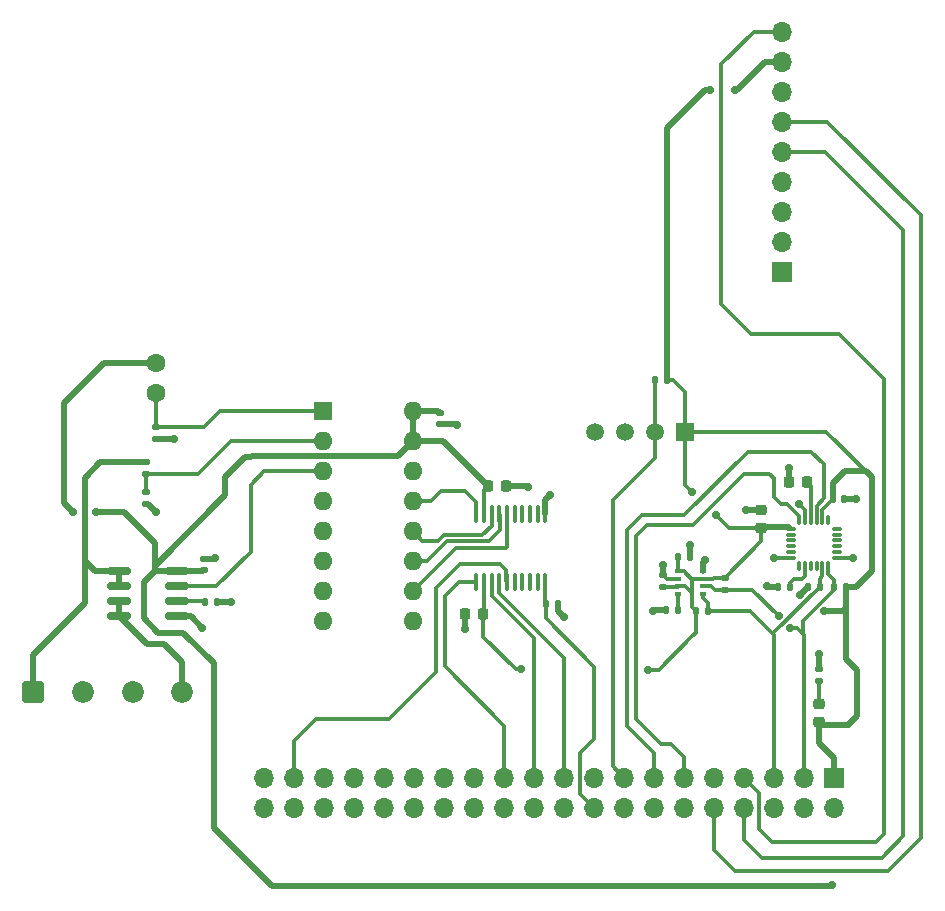
<source format=gbr>
%TF.GenerationSoftware,KiCad,Pcbnew,(6.0.7)*%
%TF.CreationDate,2023-01-28T09:16:53+03:00*%
%TF.ProjectId,Omarichet Sensor Shield 1.2,4f6d6172-6963-4686-9574-2053656e736f,rev?*%
%TF.SameCoordinates,Original*%
%TF.FileFunction,Copper,L1,Top*%
%TF.FilePolarity,Positive*%
%FSLAX46Y46*%
G04 Gerber Fmt 4.6, Leading zero omitted, Abs format (unit mm)*
G04 Created by KiCad (PCBNEW (6.0.7)) date 2023-01-28 09:16:53*
%MOMM*%
%LPD*%
G01*
G04 APERTURE LIST*
G04 Aperture macros list*
%AMRoundRect*
0 Rectangle with rounded corners*
0 $1 Rounding radius*
0 $2 $3 $4 $5 $6 $7 $8 $9 X,Y pos of 4 corners*
0 Add a 4 corners polygon primitive as box body*
4,1,4,$2,$3,$4,$5,$6,$7,$8,$9,$2,$3,0*
0 Add four circle primitives for the rounded corners*
1,1,$1+$1,$2,$3*
1,1,$1+$1,$4,$5*
1,1,$1+$1,$6,$7*
1,1,$1+$1,$8,$9*
0 Add four rect primitives between the rounded corners*
20,1,$1+$1,$2,$3,$4,$5,0*
20,1,$1+$1,$4,$5,$6,$7,0*
20,1,$1+$1,$6,$7,$8,$9,0*
20,1,$1+$1,$8,$9,$2,$3,0*%
G04 Aperture macros list end*
%TA.AperFunction,ComponentPad*%
%ADD10R,1.500000X1.500000*%
%TD*%
%TA.AperFunction,ComponentPad*%
%ADD11C,1.500000*%
%TD*%
%TA.AperFunction,SMDPad,CuDef*%
%ADD12RoundRect,0.135000X-0.185000X0.135000X-0.185000X-0.135000X0.185000X-0.135000X0.185000X0.135000X0*%
%TD*%
%TA.AperFunction,SMDPad,CuDef*%
%ADD13RoundRect,0.150000X-0.825000X-0.150000X0.825000X-0.150000X0.825000X0.150000X-0.825000X0.150000X0*%
%TD*%
%TA.AperFunction,SMDPad,CuDef*%
%ADD14RoundRect,0.135000X-0.135000X-0.185000X0.135000X-0.185000X0.135000X0.185000X-0.135000X0.185000X0*%
%TD*%
%TA.AperFunction,SMDPad,CuDef*%
%ADD15RoundRect,0.135000X0.185000X-0.135000X0.185000X0.135000X-0.185000X0.135000X-0.185000X-0.135000X0*%
%TD*%
%TA.AperFunction,SMDPad,CuDef*%
%ADD16RoundRect,0.140000X-0.170000X0.140000X-0.170000X-0.140000X0.170000X-0.140000X0.170000X0.140000X0*%
%TD*%
%TA.AperFunction,SMDPad,CuDef*%
%ADD17RoundRect,0.140000X0.170000X-0.140000X0.170000X0.140000X-0.170000X0.140000X-0.170000X-0.140000X0*%
%TD*%
%TA.AperFunction,SMDPad,CuDef*%
%ADD18RoundRect,0.135000X0.135000X0.185000X-0.135000X0.185000X-0.135000X-0.185000X0.135000X-0.185000X0*%
%TD*%
%TA.AperFunction,SMDPad,CuDef*%
%ADD19RoundRect,0.225000X-0.225000X-0.250000X0.225000X-0.250000X0.225000X0.250000X-0.225000X0.250000X0*%
%TD*%
%TA.AperFunction,SMDPad,CuDef*%
%ADD20R,0.500000X0.350000*%
%TD*%
%TA.AperFunction,ComponentPad*%
%ADD21R,1.700000X1.700000*%
%TD*%
%TA.AperFunction,ComponentPad*%
%ADD22O,1.700000X1.700000*%
%TD*%
%TA.AperFunction,SMDPad,CuDef*%
%ADD23RoundRect,0.140000X0.140000X0.170000X-0.140000X0.170000X-0.140000X-0.170000X0.140000X-0.170000X0*%
%TD*%
%TA.AperFunction,ComponentPad*%
%ADD24C,1.600000*%
%TD*%
%TA.AperFunction,SMDPad,CuDef*%
%ADD25RoundRect,0.140000X-0.140000X-0.170000X0.140000X-0.170000X0.140000X0.170000X-0.140000X0.170000X0*%
%TD*%
%TA.AperFunction,ComponentPad*%
%ADD26R,1.600000X1.600000*%
%TD*%
%TA.AperFunction,ComponentPad*%
%ADD27O,1.600000X1.600000*%
%TD*%
%TA.AperFunction,SMDPad,CuDef*%
%ADD28RoundRect,0.075000X0.350000X0.075000X-0.350000X0.075000X-0.350000X-0.075000X0.350000X-0.075000X0*%
%TD*%
%TA.AperFunction,SMDPad,CuDef*%
%ADD29RoundRect,0.075000X-0.075000X0.350000X-0.075000X-0.350000X0.075000X-0.350000X0.075000X0.350000X0*%
%TD*%
%TA.AperFunction,SMDPad,CuDef*%
%ADD30RoundRect,0.225000X0.250000X-0.225000X0.250000X0.225000X-0.250000X0.225000X-0.250000X-0.225000X0*%
%TD*%
%TA.AperFunction,ComponentPad*%
%ADD31RoundRect,0.250000X-0.675000X-0.675000X0.675000X-0.675000X0.675000X0.675000X-0.675000X0.675000X0*%
%TD*%
%TA.AperFunction,ComponentPad*%
%ADD32C,1.850000*%
%TD*%
%TA.AperFunction,SMDPad,CuDef*%
%ADD33RoundRect,0.100000X0.100000X-0.637500X0.100000X0.637500X-0.100000X0.637500X-0.100000X-0.637500X0*%
%TD*%
%TA.AperFunction,SMDPad,CuDef*%
%ADD34RoundRect,0.218750X-0.256250X0.218750X-0.256250X-0.218750X0.256250X-0.218750X0.256250X0.218750X0*%
%TD*%
%TA.AperFunction,ViaPad*%
%ADD35C,0.700000*%
%TD*%
%TA.AperFunction,Conductor*%
%ADD36C,0.500000*%
%TD*%
%TA.AperFunction,Conductor*%
%ADD37C,0.300000*%
%TD*%
G04 APERTURE END LIST*
D10*
%TO.P,U4,1,VCC*%
%TO.N,+3V3*%
X154660000Y-108680000D03*
D11*
%TO.P,U4,2,IO*%
%TO.N,DHTOUT*%
X152120000Y-108680000D03*
%TO.P,U4,3,NC*%
%TO.N,unconnected-(U4-Pad3)*%
X149580000Y-108680000D03*
%TO.P,U4,4,GND*%
%TO.N,GND*%
X147040000Y-108680000D03*
%TD*%
D12*
%TO.P,R8,1*%
%TO.N,GND*%
X166000000Y-128767500D03*
%TO.P,R8,2*%
%TO.N,Net-(D1-Pad1)*%
X166000000Y-129787500D03*
%TD*%
D13*
%TO.P,U1,1,IP+*%
%TO.N,IP*%
X106725000Y-120515000D03*
%TO.P,U1,2,IP+*%
X106725000Y-121785000D03*
%TO.P,U1,3,IP-*%
%TO.N,OP*%
X106725000Y-123055000D03*
%TO.P,U1,4,IP-*%
X106725000Y-124325000D03*
%TO.P,U1,5,GND*%
%TO.N,GND*%
X111675000Y-124325000D03*
%TO.P,U1,6,FILTER*%
%TO.N,Net-(C5-Pad2)*%
X111675000Y-123055000D03*
%TO.P,U1,7,VIOUT*%
%TO.N,CH2*%
X111675000Y-121785000D03*
%TO.P,U1,8,VCC*%
%TO.N,+5V*%
X111675000Y-120515000D03*
%TD*%
D14*
%TO.P,R9,1*%
%TO.N,DHTOUT*%
X152087500Y-104302500D03*
%TO.P,R9,2*%
%TO.N,+3V3*%
X153107500Y-104302500D03*
%TD*%
D15*
%TO.P,R11,1*%
%TO.N,GND*%
X109900000Y-109310000D03*
%TO.P,R11,2*%
%TO.N,CH0*%
X109900000Y-108290000D03*
%TD*%
%TO.P,R7,1*%
%TO.N,GND*%
X109000000Y-114810000D03*
%TO.P,R7,2*%
%TO.N,CH1*%
X109000000Y-113790000D03*
%TD*%
D14*
%TO.P,R12,1*%
%TO.N,OE*%
X142890000Y-123300000D03*
%TO.P,R12,2*%
%TO.N,GND*%
X143910000Y-123300000D03*
%TD*%
D16*
%TO.P,C2,1*%
%TO.N,GND*%
X152815000Y-120835000D03*
%TO.P,C2,2*%
%TO.N,+3V3*%
X152815000Y-121795000D03*
%TD*%
D17*
%TO.P,C1,1*%
%TO.N,+5V*%
X113900000Y-120410000D03*
%TO.P,C1,2*%
%TO.N,GND*%
X113900000Y-119450000D03*
%TD*%
D16*
%TO.P,C11,1*%
%TO.N,+5V*%
X133910000Y-107090000D03*
%TO.P,C11,2*%
%TO.N,GND*%
X133910000Y-108050000D03*
%TD*%
D18*
%TO.P,R3,1*%
%TO.N,Net-(R3-Pad1)*%
X154085000Y-123815000D03*
%TO.P,R3,2*%
%TO.N,GND*%
X153065000Y-123815000D03*
%TD*%
D14*
%TO.P,R5,1*%
%TO.N,+3V3*%
X155565000Y-123825000D03*
%TO.P,R5,2*%
%TO.N,SCL*%
X156585000Y-123825000D03*
%TD*%
D19*
%TO.P,C9,1*%
%TO.N,GND*%
X136050000Y-124110000D03*
%TO.P,C9,2*%
%TO.N,+3V3*%
X137600000Y-124110000D03*
%TD*%
D20*
%TO.P,U2,1,GND*%
%TO.N,GND*%
X156150000Y-120490000D03*
%TO.P,U2,2,CSB*%
%TO.N,+3V3*%
X156150000Y-121140000D03*
%TO.P,U2,3,SDI*%
%TO.N,SDA*%
X156150000Y-121790000D03*
%TO.P,U2,4,SCK*%
%TO.N,SCL*%
X156150000Y-122440000D03*
%TO.P,U2,5,SDO*%
%TO.N,Net-(R3-Pad1)*%
X154100000Y-122440000D03*
%TO.P,U2,6,VDDIO*%
%TO.N,+3V3*%
X154100000Y-121790000D03*
%TO.P,U2,7,GND*%
%TO.N,GND*%
X154100000Y-121140000D03*
%TO.P,U2,8,VDD*%
%TO.N,+3V3*%
X154100000Y-120490000D03*
%TD*%
D19*
%TO.P,C10,1*%
%TO.N,+5V*%
X137990000Y-113300000D03*
%TO.P,C10,2*%
%TO.N,GND*%
X139540000Y-113300000D03*
%TD*%
D21*
%TO.P,J1,1,Pin_1*%
%TO.N,unconnected-(J1-Pad1)*%
X162850000Y-95140000D03*
D22*
%TO.P,J1,2,Pin_2*%
%TO.N,unconnected-(J1-Pad2)*%
X162850000Y-92600000D03*
%TO.P,J1,3,Pin_3*%
%TO.N,unconnected-(J1-Pad3)*%
X162850000Y-90060000D03*
%TO.P,J1,4,Pin_4*%
%TO.N,unconnected-(J1-Pad4)*%
X162850000Y-87520000D03*
%TO.P,J1,5,Pin_5*%
%TO.N,TX*%
X162850000Y-84980000D03*
%TO.P,J1,6,Pin_6*%
%TO.N,RX*%
X162850000Y-82440000D03*
%TO.P,J1,7,Pin_7*%
%TO.N,GND*%
X162850000Y-79900000D03*
%TO.P,J1,8,Pin_8*%
%TO.N,+3V3*%
X162850000Y-77360000D03*
%TO.P,J1,9,Pin_9*%
%TO.N,PPS*%
X162850000Y-74820000D03*
%TD*%
D19*
%TO.P,C7,1*%
%TO.N,GND*%
X163475000Y-112970000D03*
%TO.P,C7,2*%
%TO.N,Net-(C7-Pad2)*%
X165025000Y-112970000D03*
%TD*%
D23*
%TO.P,C8,1*%
%TO.N,Net-(C8-Pad1)*%
X163525000Y-121815000D03*
%TO.P,C8,2*%
%TO.N,GND*%
X162565000Y-121815000D03*
%TD*%
D24*
%TO.P,R10,1*%
%TO.N,+5V*%
X109910000Y-102870000D03*
%TO.P,R10,2*%
%TO.N,CH0*%
X109910000Y-105410000D03*
%TD*%
D25*
%TO.P,C4,1*%
%TO.N,+3V3*%
X154105000Y-119315000D03*
%TO.P,C4,2*%
%TO.N,GND*%
X155065000Y-119315000D03*
%TD*%
D18*
%TO.P,R2,1*%
%TO.N,SCL*%
X166075000Y-121815000D03*
%TO.P,R2,2*%
%TO.N,+3V3*%
X165055000Y-121815000D03*
%TD*%
D26*
%TO.P,U6,1,CH0*%
%TO.N,CH0*%
X124000000Y-106965000D03*
D27*
%TO.P,U6,2,CH1*%
%TO.N,CH1*%
X124000000Y-109505000D03*
%TO.P,U6,3,CH2*%
%TO.N,CH2*%
X124000000Y-112045000D03*
%TO.P,U6,4,CH3*%
%TO.N,unconnected-(U6-Pad4)*%
X124000000Y-114585000D03*
%TO.P,U6,5,CH4*%
%TO.N,unconnected-(U6-Pad5)*%
X124000000Y-117125000D03*
%TO.P,U6,6,CH5*%
%TO.N,unconnected-(U6-Pad6)*%
X124000000Y-119665000D03*
%TO.P,U6,7,CH6*%
%TO.N,unconnected-(U6-Pad7)*%
X124000000Y-122205000D03*
%TO.P,U6,8,CH7*%
%TO.N,unconnected-(U6-Pad8)*%
X124000000Y-124745000D03*
%TO.P,U6,9,DGND*%
%TO.N,GND*%
X131620000Y-124745000D03*
%TO.P,U6,10,~{CS}/SHDN*%
%TO.N,CS*%
X131620000Y-122205000D03*
%TO.P,U6,11,Din*%
%TO.N,MOSI*%
X131620000Y-119665000D03*
%TO.P,U6,12,Dout*%
%TO.N,MISO*%
X131620000Y-117125000D03*
%TO.P,U6,13,CLK*%
%TO.N,CLK*%
X131620000Y-114585000D03*
%TO.P,U6,14,AGND*%
%TO.N,GND*%
X131620000Y-112045000D03*
%TO.P,U6,15,Vref*%
%TO.N,+5V*%
X131620000Y-109505000D03*
%TO.P,U6,16,Vdd*%
X131620000Y-106965000D03*
%TD*%
D12*
%TO.P,R4,1*%
%TO.N,+3V3*%
X158065000Y-121045000D03*
%TO.P,R4,2*%
%TO.N,SDA*%
X158065000Y-122065000D03*
%TD*%
D28*
%TO.P,U3,1,CLKIN*%
%TO.N,GND*%
X167505000Y-119395000D03*
%TO.P,U3,2,NC*%
%TO.N,unconnected-(U3-Pad2)*%
X167505000Y-118895000D03*
%TO.P,U3,3,NC*%
%TO.N,unconnected-(U3-Pad3)*%
X167505000Y-118395000D03*
%TO.P,U3,4,NC*%
%TO.N,unconnected-(U3-Pad4)*%
X167505000Y-117895000D03*
%TO.P,U3,5,NC*%
%TO.N,unconnected-(U3-Pad5)*%
X167505000Y-117395000D03*
%TO.P,U3,6,AUX_SDA*%
%TO.N,unconnected-(U3-Pad6)*%
X167505000Y-116895000D03*
D29*
%TO.P,U3,7,AUX_SCL*%
%TO.N,unconnected-(U3-Pad7)*%
X166805000Y-116195000D03*
%TO.P,U3,8,VDDIO*%
%TO.N,+3V3*%
X166305000Y-116195000D03*
%TO.P,U3,9,AD0*%
%TO.N,ADO*%
X165805000Y-116195000D03*
%TO.P,U3,10,REGOUT*%
%TO.N,Net-(C7-Pad2)*%
X165305000Y-116195000D03*
%TO.P,U3,11,FSYNC*%
%TO.N,GND*%
X164805000Y-116195000D03*
%TO.P,U3,12,INT*%
%TO.N,INT*%
X164305000Y-116195000D03*
D28*
%TO.P,U3,13,VDD*%
%TO.N,+3V3*%
X163605000Y-116895000D03*
%TO.P,U3,14,NC*%
%TO.N,unconnected-(U3-Pad14)*%
X163605000Y-117395000D03*
%TO.P,U3,15,NC*%
%TO.N,unconnected-(U3-Pad15)*%
X163605000Y-117895000D03*
%TO.P,U3,16,NC*%
%TO.N,unconnected-(U3-Pad16)*%
X163605000Y-118395000D03*
%TO.P,U3,17,NC*%
%TO.N,unconnected-(U3-Pad17)*%
X163605000Y-118895000D03*
%TO.P,U3,18,GND*%
%TO.N,GND*%
X163605000Y-119395000D03*
D29*
%TO.P,U3,19,NC*%
%TO.N,unconnected-(U3-Pad19)*%
X164305000Y-120095000D03*
%TO.P,U3,20,CPOUT*%
%TO.N,Net-(C8-Pad1)*%
X164805000Y-120095000D03*
%TO.P,U3,21,NC*%
%TO.N,unconnected-(U3-Pad21)*%
X165305000Y-120095000D03*
%TO.P,U3,22,NC*%
%TO.N,unconnected-(U3-Pad22)*%
X165805000Y-120095000D03*
%TO.P,U3,23,SCL*%
%TO.N,SCL*%
X166305000Y-120095000D03*
%TO.P,U3,24,SDA*%
%TO.N,SDA*%
X166805000Y-120095000D03*
%TD*%
D30*
%TO.P,C6,1*%
%TO.N,+3V3*%
X161135000Y-116865000D03*
%TO.P,C6,2*%
%TO.N,GND*%
X161135000Y-115315000D03*
%TD*%
D31*
%TO.P,J2,1,Pin_1*%
%TO.N,IP*%
X99500000Y-130710000D03*
D32*
%TO.P,J2,2,Pin_2*%
%TO.N,GND*%
X103700000Y-130710000D03*
%TO.P,J2,3,Pin_3*%
X107900000Y-130710000D03*
%TO.P,J2,4,Pin_4*%
%TO.N,OP*%
X112100000Y-130710000D03*
%TD*%
D23*
%TO.P,C3,1*%
%TO.N,GND*%
X168165000Y-114365000D03*
%TO.P,C3,2*%
%TO.N,+3V3*%
X167205000Y-114365000D03*
%TD*%
D33*
%TO.P,U5,1,A1*%
%TO.N,CLK1*%
X136985000Y-121412500D03*
%TO.P,U5,2,VCCA*%
%TO.N,+3V3*%
X137635000Y-121412500D03*
%TO.P,U5,3,A2*%
%TO.N,MISO1*%
X138285000Y-121412500D03*
%TO.P,U5,4,A3*%
%TO.N,MOSI1*%
X138935000Y-121412500D03*
%TO.P,U5,5,A4*%
%TO.N,CS1*%
X139585000Y-121412500D03*
%TO.P,U5,6,A5*%
%TO.N,unconnected-(U5-Pad6)*%
X140235000Y-121412500D03*
%TO.P,U5,7,A6*%
%TO.N,unconnected-(U5-Pad7)*%
X140885000Y-121412500D03*
%TO.P,U5,8,A7*%
%TO.N,unconnected-(U5-Pad8)*%
X141535000Y-121412500D03*
%TO.P,U5,9,A8*%
%TO.N,unconnected-(U5-Pad9)*%
X142185000Y-121412500D03*
%TO.P,U5,10,OE*%
%TO.N,OE*%
X142835000Y-121412500D03*
%TO.P,U5,11,GND*%
%TO.N,GND*%
X142835000Y-115687500D03*
%TO.P,U5,12,B8*%
%TO.N,unconnected-(U5-Pad12)*%
X142185000Y-115687500D03*
%TO.P,U5,13,B7*%
%TO.N,unconnected-(U5-Pad13)*%
X141535000Y-115687500D03*
%TO.P,U5,14,B6*%
%TO.N,unconnected-(U5-Pad14)*%
X140885000Y-115687500D03*
%TO.P,U5,15,B5*%
%TO.N,unconnected-(U5-Pad15)*%
X140235000Y-115687500D03*
%TO.P,U5,16,B4*%
%TO.N,CS*%
X139585000Y-115687500D03*
%TO.P,U5,17,B3*%
%TO.N,MOSI*%
X138935000Y-115687500D03*
%TO.P,U5,18,B2*%
%TO.N,MISO*%
X138285000Y-115687500D03*
%TO.P,U5,19,VCCB*%
%TO.N,+5V*%
X137635000Y-115687500D03*
%TO.P,U5,20,B1*%
%TO.N,CLK*%
X136985000Y-115687500D03*
%TD*%
D15*
%TO.P,R6,1*%
%TO.N,CH1*%
X109000000Y-112300000D03*
%TO.P,R6,2*%
%TO.N,IP*%
X109000000Y-111280000D03*
%TD*%
D14*
%TO.P,R1,1*%
%TO.N,SDA*%
X167295000Y-121815000D03*
%TO.P,R1,2*%
%TO.N,+3V3*%
X168315000Y-121815000D03*
%TD*%
D23*
%TO.P,C5,1*%
%TO.N,GND*%
X115010000Y-123080000D03*
%TO.P,C5,2*%
%TO.N,Net-(C5-Pad2)*%
X114050000Y-123080000D03*
%TD*%
D34*
%TO.P,D1,1,K*%
%TO.N,Net-(D1-Pad1)*%
X166000000Y-131712500D03*
%TO.P,D1,2,A*%
%TO.N,+3V3*%
X166000000Y-133287500D03*
%TD*%
D21*
%TO.P,J3,1,Pin_1*%
%TO.N,+3V3*%
X167300000Y-138010000D03*
D22*
%TO.P,J3,2,Pin_2*%
%TO.N,+5V*%
X167300000Y-140550000D03*
%TO.P,J3,3,Pin_3*%
%TO.N,SDA*%
X164760000Y-138010000D03*
%TO.P,J3,4,Pin_4*%
%TO.N,unconnected-(J3-Pad4)*%
X164760000Y-140550000D03*
%TO.P,J3,5,Pin_5*%
%TO.N,SCL*%
X162220000Y-138010000D03*
%TO.P,J3,6,Pin_6*%
%TO.N,unconnected-(J3-Pad6)*%
X162220000Y-140550000D03*
%TO.P,J3,7,Pin_7*%
%TO.N,PPS*%
X159680000Y-138010000D03*
%TO.P,J3,8,Pin_8*%
%TO.N,TX*%
X159680000Y-140550000D03*
%TO.P,J3,9,Pin_9*%
%TO.N,GND*%
X157140000Y-138010000D03*
%TO.P,J3,10,Pin_10*%
%TO.N,RX*%
X157140000Y-140550000D03*
%TO.P,J3,11,Pin_11*%
%TO.N,INT*%
X154600000Y-138010000D03*
%TO.P,J3,12,Pin_12*%
%TO.N,unconnected-(J3-Pad12)*%
X154600000Y-140550000D03*
%TO.P,J3,13,Pin_13*%
%TO.N,ADO*%
X152060000Y-138010000D03*
%TO.P,J3,14,Pin_14*%
%TO.N,unconnected-(J3-Pad14)*%
X152060000Y-140550000D03*
%TO.P,J3,15,Pin_15*%
%TO.N,DHTOUT*%
X149520000Y-138010000D03*
%TO.P,J3,16,Pin_16*%
%TO.N,unconnected-(J3-Pad16)*%
X149520000Y-140550000D03*
%TO.P,J3,17,Pin_17*%
%TO.N,unconnected-(J3-Pad17)*%
X146980000Y-138010000D03*
%TO.P,J3,18,Pin_18*%
%TO.N,OE*%
X146980000Y-140550000D03*
%TO.P,J3,19,Pin_19*%
%TO.N,MOSI1*%
X144440000Y-138010000D03*
%TO.P,J3,20,Pin_20*%
%TO.N,unconnected-(J3-Pad20)*%
X144440000Y-140550000D03*
%TO.P,J3,21,Pin_21*%
%TO.N,MISO1*%
X141900000Y-138010000D03*
%TO.P,J3,22,Pin_22*%
%TO.N,unconnected-(J3-Pad22)*%
X141900000Y-140550000D03*
%TO.P,J3,23,Pin_23*%
%TO.N,CLK1*%
X139360000Y-138010000D03*
%TO.P,J3,24,Pin_24*%
%TO.N,unconnected-(J3-Pad24)*%
X139360000Y-140550000D03*
%TO.P,J3,25,Pin_25*%
%TO.N,unconnected-(J3-Pad25)*%
X136820000Y-138010000D03*
%TO.P,J3,26,Pin_26*%
%TO.N,unconnected-(J3-Pad26)*%
X136820000Y-140550000D03*
%TO.P,J3,27,Pin_27*%
%TO.N,unconnected-(J3-Pad27)*%
X134280000Y-138010000D03*
%TO.P,J3,28,Pin_28*%
%TO.N,unconnected-(J3-Pad28)*%
X134280000Y-140550000D03*
%TO.P,J3,29,Pin_29*%
%TO.N,unconnected-(J3-Pad29)*%
X131740000Y-138010000D03*
%TO.P,J3,30,Pin_30*%
%TO.N,unconnected-(J3-Pad30)*%
X131740000Y-140550000D03*
%TO.P,J3,31,Pin_31*%
%TO.N,unconnected-(J3-Pad31)*%
X129200000Y-138010000D03*
%TO.P,J3,32,Pin_32*%
%TO.N,unconnected-(J3-Pad32)*%
X129200000Y-140550000D03*
%TO.P,J3,33,Pin_33*%
%TO.N,unconnected-(J3-Pad33)*%
X126660000Y-138010000D03*
%TO.P,J3,34,Pin_34*%
%TO.N,unconnected-(J3-Pad34)*%
X126660000Y-140550000D03*
%TO.P,J3,35,Pin_35*%
%TO.N,unconnected-(J3-Pad35)*%
X124120000Y-138010000D03*
%TO.P,J3,36,Pin_36*%
%TO.N,unconnected-(J3-Pad36)*%
X124120000Y-140550000D03*
%TO.P,J3,37,Pin_37*%
%TO.N,CS1*%
X121580000Y-138010000D03*
%TO.P,J3,38,Pin_38*%
%TO.N,unconnected-(J3-Pad38)*%
X121580000Y-140550000D03*
%TO.P,J3,39,Pin_39*%
%TO.N,GND*%
X119040000Y-138010000D03*
%TO.P,J3,40,Pin_40*%
%TO.N,unconnected-(J3-Pad40)*%
X119040000Y-140550000D03*
%TD*%
D35*
%TO.N,+5V*%
X104780000Y-115510000D03*
X102890000Y-115500000D03*
X167150000Y-147080000D03*
%TO.N,GND*%
X159830000Y-115330000D03*
X162180000Y-119360000D03*
X152830000Y-119940000D03*
X114860000Y-119420000D03*
X113800000Y-125310000D03*
X136040000Y-125420000D03*
X141350000Y-113340000D03*
X161600000Y-121780000D03*
X144450000Y-124390000D03*
X163510000Y-111740000D03*
X166050000Y-127520000D03*
X135360000Y-108080000D03*
X164324622Y-114835378D03*
X169150000Y-114360000D03*
X168900000Y-119400000D03*
X143270000Y-114070000D03*
X151960000Y-123840000D03*
X116210000Y-123100000D03*
X155080000Y-118250000D03*
X111430000Y-109330000D03*
X109850000Y-115460000D03*
X156370000Y-119530000D03*
%TO.N,+3V3*%
X151500000Y-128830000D03*
X140790000Y-128800000D03*
X157250000Y-115740000D03*
X155280000Y-113800000D03*
X166454622Y-123894622D03*
X164375378Y-122525378D03*
X156770000Y-79780000D03*
X158890000Y-79770000D03*
%TO.N,SDA*%
X162590378Y-124310378D03*
X163579622Y-125299622D03*
%TD*%
D36*
%TO.N,+5V*%
X109775000Y-120515000D02*
X109775000Y-118115000D01*
X109775000Y-120055000D02*
X115750000Y-114080000D01*
X114800000Y-128310000D02*
X112190000Y-125700000D01*
X115750000Y-114080000D02*
X115750000Y-112480000D01*
X117390000Y-110840000D02*
X117930000Y-110840000D01*
X105450000Y-102870000D02*
X109910000Y-102870000D01*
X102890000Y-115500000D02*
X102080000Y-114690000D01*
X109775000Y-120515000D02*
X109775000Y-120055000D01*
X112190000Y-125700000D02*
X110060000Y-125700000D01*
X118000001Y-110769999D02*
X130355001Y-110769999D01*
X167110000Y-147120000D02*
X119710000Y-147120000D01*
X109775000Y-118115000D02*
X107170000Y-115510000D01*
X109775000Y-120515000D02*
X111675000Y-120515000D01*
X117930000Y-110840000D02*
X118000001Y-110769999D01*
D37*
X137635000Y-115687500D02*
X137635000Y-113655000D01*
D36*
X119710000Y-147120000D02*
X114800000Y-142210000D01*
X133785000Y-106965000D02*
X133910000Y-107090000D01*
X114800000Y-142210000D02*
X114800000Y-128310000D01*
X108850000Y-121440000D02*
X109775000Y-120515000D01*
X130355001Y-110769999D02*
X131620000Y-109505000D01*
X102080000Y-106240000D02*
X105450000Y-102870000D01*
X134195000Y-109505000D02*
X137990000Y-113300000D01*
X110060000Y-125700000D02*
X108850000Y-124490000D01*
X108850000Y-124490000D02*
X108850000Y-121440000D01*
X131620000Y-109505000D02*
X134195000Y-109505000D01*
X107170000Y-115510000D02*
X104780000Y-115510000D01*
X131620000Y-109505000D02*
X131620000Y-106965000D01*
X131620000Y-106965000D02*
X133785000Y-106965000D01*
X167150000Y-147080000D02*
X167110000Y-147120000D01*
X111675000Y-120515000D02*
X113795000Y-120515000D01*
X115750000Y-112480000D02*
X117390000Y-110840000D01*
X113795000Y-120515000D02*
X113900000Y-120410000D01*
D37*
X137635000Y-113655000D02*
X137990000Y-113300000D01*
D36*
X102080000Y-114690000D02*
X102080000Y-106240000D01*
%TO.N,GND*%
X152815000Y-119955000D02*
X152830000Y-119940000D01*
D37*
X164805000Y-115315756D02*
X164324622Y-114835378D01*
D36*
X169145000Y-114365000D02*
X169150000Y-114360000D01*
X116190000Y-123080000D02*
X116210000Y-123100000D01*
X155065000Y-118265000D02*
X155080000Y-118250000D01*
X139540000Y-113300000D02*
X141310000Y-113300000D01*
X115010000Y-123080000D02*
X116190000Y-123080000D01*
X166000000Y-128767500D02*
X166000000Y-127570000D01*
X153065000Y-123815000D02*
X151985000Y-123815000D01*
X135330000Y-108050000D02*
X135360000Y-108080000D01*
X155065000Y-119315000D02*
X155065000Y-118265000D01*
D37*
X162215000Y-119395000D02*
X162180000Y-119360000D01*
D36*
X151985000Y-123815000D02*
X151960000Y-123840000D01*
X168165000Y-114365000D02*
X169145000Y-114365000D01*
X112815000Y-124325000D02*
X113800000Y-125310000D01*
X161135000Y-115315000D02*
X159845000Y-115315000D01*
X111410000Y-109310000D02*
X111430000Y-109330000D01*
X113900000Y-119450000D02*
X114830000Y-119450000D01*
X114830000Y-119450000D02*
X114860000Y-119420000D01*
X163475000Y-111775000D02*
X163510000Y-111740000D01*
X109000000Y-114810000D02*
X109200000Y-114810000D01*
D37*
X154100000Y-121140000D02*
X153120000Y-121140000D01*
X168895000Y-119395000D02*
X168900000Y-119400000D01*
D36*
X109900000Y-109310000D02*
X111410000Y-109310000D01*
D37*
X167505000Y-119395000D02*
X168895000Y-119395000D01*
D36*
X136050000Y-125410000D02*
X136040000Y-125420000D01*
X143910000Y-123300000D02*
X143910000Y-123850000D01*
X163475000Y-112970000D02*
X163475000Y-111775000D01*
X111675000Y-124325000D02*
X112815000Y-124325000D01*
X141310000Y-113300000D02*
X141350000Y-113340000D01*
X156150000Y-120490000D02*
X156150000Y-119750000D01*
D37*
X164805000Y-116195000D02*
X164805000Y-115315756D01*
D36*
X109200000Y-114810000D02*
X109850000Y-115460000D01*
X166000000Y-127570000D02*
X166050000Y-127520000D01*
X162565000Y-121815000D02*
X161635000Y-121815000D01*
X152815000Y-120835000D02*
X152815000Y-119955000D01*
X142835000Y-115687500D02*
X142835000Y-114505000D01*
D37*
X153120000Y-121140000D02*
X152815000Y-120835000D01*
D36*
X143910000Y-123850000D02*
X144450000Y-124390000D01*
X159845000Y-115315000D02*
X159830000Y-115330000D01*
X133910000Y-108050000D02*
X135330000Y-108050000D01*
D37*
X163605000Y-119395000D02*
X162215000Y-119395000D01*
D36*
X142835000Y-114505000D02*
X143270000Y-114070000D01*
X156150000Y-119750000D02*
X156370000Y-119530000D01*
X161635000Y-121815000D02*
X161600000Y-121780000D01*
X136050000Y-124110000D02*
X136050000Y-125410000D01*
%TO.N,+3V3*%
X159030000Y-79770000D02*
X158890000Y-79770000D01*
D37*
X166610000Y-108680000D02*
X170220000Y-112290000D01*
D36*
X168065378Y-123894622D02*
X168315000Y-123645000D01*
D37*
X155565000Y-125735000D02*
X155280000Y-126020000D01*
X155265000Y-121355000D02*
X155265000Y-121215000D01*
D36*
X168570000Y-133450000D02*
X168570000Y-133500000D01*
X168315000Y-123645000D02*
X168315000Y-121815000D01*
D37*
X157250000Y-115740000D02*
X158375000Y-116865000D01*
X155255000Y-122345000D02*
X155255000Y-121365000D01*
D36*
X169960000Y-112030000D02*
X168210000Y-112030000D01*
D37*
X155280000Y-126020000D02*
X152470000Y-128830000D01*
X156150000Y-121140000D02*
X155340000Y-121140000D01*
X155340000Y-121140000D02*
X155265000Y-121215000D01*
X154100000Y-120490000D02*
X154540000Y-120490000D01*
D36*
X170220000Y-112290000D02*
X169960000Y-112030000D01*
D37*
X153657500Y-104302500D02*
X154660000Y-105305000D01*
X140340000Y-128800000D02*
X137600000Y-126060000D01*
D36*
X168315000Y-121815000D02*
X169185000Y-121815000D01*
X169185000Y-121815000D02*
X170490000Y-120510000D01*
D37*
X155565000Y-123825000D02*
X155565000Y-125735000D01*
X137600000Y-126060000D02*
X137600000Y-124110000D01*
D36*
X165055000Y-121815000D02*
X165055000Y-121845756D01*
X170490000Y-120510000D02*
X170490000Y-112560000D01*
X156320000Y-79780000D02*
X153107500Y-82992500D01*
X166454622Y-123894622D02*
X168065378Y-123894622D01*
D37*
X166305000Y-116195000D02*
X166305000Y-115295000D01*
X154100000Y-120490000D02*
X154100000Y-119320000D01*
X155255000Y-122345000D02*
X154700000Y-121790000D01*
X163525000Y-116815000D02*
X163605000Y-116895000D01*
D36*
X153107500Y-82992500D02*
X153107500Y-104302500D01*
X165055000Y-121845756D02*
X164375378Y-122525378D01*
D37*
X155565000Y-123825000D02*
X155255000Y-123515000D01*
X158065000Y-121045000D02*
X161135000Y-117975000D01*
D36*
X169250000Y-128850000D02*
X169250000Y-132770000D01*
D37*
X137635000Y-124075000D02*
X137600000Y-124110000D01*
X157105000Y-121045000D02*
X158065000Y-121045000D01*
D36*
X161440000Y-77360000D02*
X159030000Y-79770000D01*
X167300000Y-138010000D02*
X167300000Y-136320000D01*
D37*
X140790000Y-128800000D02*
X140340000Y-128800000D01*
D36*
X170490000Y-112560000D02*
X170220000Y-112290000D01*
D37*
X154700000Y-121790000D02*
X154100000Y-121790000D01*
X154100000Y-119320000D02*
X154105000Y-119315000D01*
X158375000Y-116865000D02*
X161135000Y-116865000D01*
X152815000Y-121795000D02*
X154095000Y-121795000D01*
X166305000Y-115295000D02*
X167205000Y-114395000D01*
D36*
X168570000Y-133500000D02*
X166212500Y-133500000D01*
D37*
X153107500Y-104302500D02*
X153657500Y-104302500D01*
X155255000Y-123515000D02*
X155255000Y-122345000D01*
D36*
X167205000Y-113035000D02*
X167205000Y-114365000D01*
X161205000Y-116795000D02*
X163472462Y-116795000D01*
X162850000Y-77360000D02*
X161440000Y-77360000D01*
D37*
X157010000Y-121140000D02*
X157105000Y-121045000D01*
D36*
X167300000Y-136320000D02*
X166000000Y-135020000D01*
X161135000Y-116865000D02*
X161205000Y-116795000D01*
D37*
X154660000Y-108680000D02*
X154660000Y-113180000D01*
X167205000Y-114395000D02*
X167205000Y-114365000D01*
D36*
X166000000Y-135020000D02*
X166000000Y-133287500D01*
D37*
X154660000Y-108680000D02*
X166610000Y-108680000D01*
X154660000Y-113180000D02*
X155280000Y-113800000D01*
X152470000Y-128830000D02*
X151500000Y-128830000D01*
D36*
X168315000Y-127915000D02*
X169250000Y-128850000D01*
D37*
X154660000Y-105305000D02*
X154660000Y-108680000D01*
X161135000Y-117975000D02*
X161135000Y-116865000D01*
D36*
X168210000Y-112030000D02*
X167205000Y-113035000D01*
X168315000Y-123645000D02*
X168315000Y-127915000D01*
D37*
X155265000Y-121215000D02*
X154540000Y-120490000D01*
X154095000Y-121795000D02*
X154100000Y-121790000D01*
X156150000Y-121140000D02*
X157010000Y-121140000D01*
D36*
X169250000Y-132770000D02*
X168570000Y-133450000D01*
D37*
X155255000Y-121365000D02*
X155265000Y-121355000D01*
D36*
X156770000Y-79780000D02*
X156320000Y-79780000D01*
D37*
X137635000Y-121412500D02*
X137635000Y-124075000D01*
%TO.N,Net-(C5-Pad2)*%
X111675000Y-123055000D02*
X113945000Y-123055000D01*
X113945000Y-123055000D02*
X113960000Y-123040000D01*
%TO.N,Net-(C7-Pad2)*%
X165305000Y-113250000D02*
X165305000Y-116195000D01*
X165025000Y-112970000D02*
X165305000Y-113250000D01*
%TO.N,Net-(C8-Pad1)*%
X163525000Y-121465000D02*
X163525000Y-121815000D01*
X164805000Y-120905000D02*
X164585000Y-121125000D01*
X164805000Y-120095000D02*
X164805000Y-120905000D01*
X164585000Y-121125000D02*
X163865000Y-121125000D01*
X163865000Y-121125000D02*
X163525000Y-121465000D01*
%TO.N,Net-(D1-Pad1)*%
X166000000Y-131712500D02*
X166000000Y-129787500D01*
%TO.N,TX*%
X173120000Y-91580000D02*
X173120000Y-142950000D01*
X171310000Y-144760000D02*
X161170000Y-144760000D01*
X173120000Y-142950000D02*
X171310000Y-144760000D01*
X161170000Y-144760000D02*
X159680000Y-143270000D01*
X159680000Y-143270000D02*
X159680000Y-140550000D01*
X166520000Y-84980000D02*
X173120000Y-91580000D01*
X162850000Y-84980000D02*
X166520000Y-84980000D01*
%TO.N,RX*%
X158930000Y-145890000D02*
X157140000Y-144100000D01*
X174610000Y-143120000D02*
X171840000Y-145890000D01*
X157140000Y-144100000D02*
X157140000Y-140550000D01*
X166670000Y-82440000D02*
X174610000Y-90380000D01*
X171840000Y-145890000D02*
X158930000Y-145890000D01*
X162850000Y-82440000D02*
X166670000Y-82440000D01*
X174610000Y-90380000D02*
X174610000Y-143120000D01*
%TO.N,PPS*%
X170840000Y-143410000D02*
X171530000Y-142720000D01*
X171530000Y-104200000D02*
X167720000Y-100390000D01*
X159680000Y-138010000D02*
X160918923Y-139248923D01*
X157740000Y-97870000D02*
X160260000Y-100390000D01*
X160470000Y-74820000D02*
X157740000Y-77550000D01*
X162850000Y-74820000D02*
X160470000Y-74820000D01*
X171530000Y-142720000D02*
X171530000Y-104200000D01*
X160260000Y-100390000D02*
X167720000Y-100390000D01*
X160918923Y-139248923D02*
X160918923Y-142308923D01*
X157740000Y-77550000D02*
X157740000Y-97870000D01*
X160918923Y-142308923D02*
X162020000Y-143410000D01*
X162020000Y-143410000D02*
X170840000Y-143410000D01*
D36*
%TO.N,IP*%
X103850000Y-112570000D02*
X105140000Y-111280000D01*
X106725000Y-120515000D02*
X104715000Y-120515000D01*
X105140000Y-111280000D02*
X109000000Y-111280000D01*
X103850000Y-123230000D02*
X103850000Y-119650000D01*
X99500000Y-127580000D02*
X103850000Y-123230000D01*
X106725000Y-120515000D02*
X106725000Y-121785000D01*
X104715000Y-120515000D02*
X103850000Y-119650000D01*
X103850000Y-119650000D02*
X103850000Y-112570000D01*
X99500000Y-130710000D02*
X99500000Y-127580000D01*
%TO.N,OP*%
X106725000Y-123055000D02*
X106725000Y-124325000D01*
X106725000Y-124325000D02*
X109080000Y-126680000D01*
X109080000Y-126680000D02*
X110570000Y-126680000D01*
X112100000Y-128210000D02*
X112100000Y-130710000D01*
X110570000Y-126680000D02*
X112100000Y-128210000D01*
D37*
%TO.N,SDA*%
X167295000Y-121225000D02*
X167295000Y-121815000D01*
X163579622Y-125299622D02*
X164119622Y-125299622D01*
X166805000Y-120095000D02*
X166805000Y-120735000D01*
X156910000Y-121790000D02*
X157185000Y-122065000D01*
X164119622Y-125299622D02*
X164665000Y-125845000D01*
X166805000Y-120735000D02*
X167295000Y-121225000D01*
X157185000Y-122065000D02*
X158065000Y-122065000D01*
X158065000Y-122065000D02*
X160345000Y-122065000D01*
X164665000Y-125845000D02*
X164760000Y-125940000D01*
X164760000Y-125940000D02*
X164760000Y-138010000D01*
X164665000Y-124695000D02*
X164665000Y-125845000D01*
X160345000Y-122065000D02*
X162590378Y-124310378D01*
X167295000Y-121815000D02*
X167295000Y-122065000D01*
X167295000Y-122065000D02*
X164665000Y-124695000D01*
X156150000Y-121790000D02*
X156910000Y-121790000D01*
%TO.N,SCL*%
X166305000Y-120925000D02*
X166075000Y-121155000D01*
X162125000Y-125765000D02*
X162125000Y-125805000D01*
X156150000Y-122440000D02*
X156150000Y-122780000D01*
X166075000Y-121155000D02*
X166075000Y-121815000D01*
X156585000Y-123825000D02*
X160145000Y-123825000D01*
X156150000Y-122780000D02*
X156585000Y-123215000D01*
X160145000Y-123825000D02*
X162125000Y-125805000D01*
X162125000Y-125765000D02*
X162220000Y-125860000D01*
X166305000Y-120095000D02*
X166305000Y-120925000D01*
X162220000Y-125860000D02*
X162220000Y-138010000D01*
X166075000Y-121815000D02*
X162125000Y-125765000D01*
X156585000Y-123215000D02*
X156585000Y-123825000D01*
%TO.N,INT*%
X161820000Y-112250000D02*
X159680000Y-112250000D01*
X152650000Y-135100000D02*
X153460000Y-135100000D01*
X155340000Y-116590000D02*
X151470000Y-116590000D01*
X151470000Y-116590000D02*
X150550000Y-117510000D01*
X154600000Y-136240000D02*
X154600000Y-138010000D01*
X163330000Y-114830000D02*
X162770000Y-114830000D01*
X162770000Y-114830000D02*
X162180000Y-114240000D01*
X150550000Y-133000000D02*
X152650000Y-135100000D01*
X162180000Y-112610000D02*
X161820000Y-112250000D01*
X153460000Y-135100000D02*
X154600000Y-136240000D01*
X150550000Y-117510000D02*
X150550000Y-133000000D01*
X164305000Y-116195000D02*
X164305000Y-115805000D01*
X159680000Y-112250000D02*
X155340000Y-116590000D01*
X164305000Y-115805000D02*
X163330000Y-114830000D01*
X162180000Y-114240000D02*
X162180000Y-112610000D01*
%TO.N,ADO*%
X151010000Y-115750000D02*
X154610000Y-115750000D01*
X154610000Y-115750000D02*
X159970000Y-110390000D01*
X152060000Y-138010000D02*
X152060000Y-135920000D01*
X165360000Y-110390000D02*
X166420000Y-111450000D01*
X166420000Y-114340000D02*
X165805000Y-114955000D01*
X152060000Y-135920000D02*
X149780000Y-133640000D01*
X165805000Y-114955000D02*
X165805000Y-116195000D01*
X159970000Y-110390000D02*
X165360000Y-110390000D01*
X149780000Y-116980000D02*
X151010000Y-115750000D01*
X166420000Y-111450000D02*
X166420000Y-114340000D01*
X149780000Y-133640000D02*
X149780000Y-116980000D01*
%TO.N,DHTOUT*%
X148530000Y-137020000D02*
X149520000Y-138010000D01*
X152120000Y-110880000D02*
X148530000Y-114470000D01*
X152087500Y-104302500D02*
X152120000Y-104335000D01*
X152120000Y-108680000D02*
X152120000Y-110880000D01*
X152120000Y-104335000D02*
X152120000Y-108680000D01*
X148530000Y-114470000D02*
X148530000Y-137020000D01*
%TO.N,MOSI1*%
X138935000Y-121412500D02*
X138935000Y-122315000D01*
X138935000Y-122315000D02*
X144440000Y-127820000D01*
X144440000Y-127820000D02*
X144440000Y-138010000D01*
%TO.N,MISO1*%
X138285000Y-121412500D02*
X138285000Y-122565000D01*
X138285000Y-122565000D02*
X141900000Y-126180000D01*
X141900000Y-126180000D02*
X141900000Y-138010000D01*
%TO.N,CLK1*%
X136985000Y-121412500D02*
X135507500Y-121412500D01*
X135507500Y-121412500D02*
X134310000Y-122610000D01*
X134310000Y-128560000D02*
X139360000Y-133610000D01*
X134310000Y-122610000D02*
X134310000Y-128560000D01*
X139360000Y-133610000D02*
X139360000Y-138010000D01*
%TO.N,CS1*%
X129570000Y-133050000D02*
X133550000Y-129070000D01*
X121580000Y-138010000D02*
X121580000Y-134860000D01*
X139540000Y-120400000D02*
X139540000Y-121367500D01*
X121580000Y-134860000D02*
X123390000Y-133050000D01*
X123390000Y-133050000D02*
X129570000Y-133050000D01*
X139540000Y-121367500D02*
X139585000Y-121412500D01*
X139000000Y-119860000D02*
X139540000Y-120400000D01*
X133550000Y-121920000D02*
X135610000Y-119860000D01*
X133550000Y-129070000D02*
X133550000Y-121920000D01*
X135610000Y-119860000D02*
X139000000Y-119860000D01*
%TO.N,Net-(R3-Pad1)*%
X154100000Y-122440000D02*
X154100000Y-123800000D01*
X154100000Y-123800000D02*
X154085000Y-123815000D01*
%TO.N,CH1*%
X109000000Y-112300000D02*
X109000000Y-113790000D01*
X109000000Y-112300000D02*
X113420000Y-112300000D01*
X113420000Y-112300000D02*
X116215000Y-109505000D01*
X116215000Y-109505000D02*
X124000000Y-109505000D01*
%TO.N,CH0*%
X109910000Y-105410000D02*
X109910000Y-108280000D01*
X115275000Y-106965000D02*
X124000000Y-106965000D01*
X109910000Y-108280000D02*
X109900000Y-108290000D01*
X113950000Y-108290000D02*
X115275000Y-106965000D01*
X109900000Y-108290000D02*
X113950000Y-108290000D01*
%TO.N,OE*%
X145780000Y-135910000D02*
X145780000Y-139350000D01*
X146960000Y-134730000D02*
X145780000Y-135910000D01*
X146960000Y-128570000D02*
X146960000Y-134730000D01*
X142835000Y-123245000D02*
X142890000Y-123300000D01*
X142890000Y-123300000D02*
X142890000Y-124500000D01*
X142890000Y-124500000D02*
X146960000Y-128570000D01*
X145780000Y-139350000D02*
X146980000Y-140550000D01*
X142835000Y-121412500D02*
X142835000Y-123245000D01*
%TO.N,CH2*%
X117900000Y-113170000D02*
X119025000Y-112045000D01*
X119025000Y-112045000D02*
X124000000Y-112045000D01*
X117900000Y-118880000D02*
X117900000Y-113170000D01*
X111675000Y-121785000D02*
X114995000Y-121785000D01*
X114995000Y-121785000D02*
X117900000Y-118880000D01*
%TO.N,CS*%
X135240000Y-118570000D02*
X139480000Y-118570000D01*
X135090000Y-118740000D02*
X135090000Y-118720000D01*
X134010000Y-119820000D02*
X135090000Y-118740000D01*
X131620000Y-122205000D02*
X134005000Y-119820000D01*
X139585000Y-118465000D02*
X139585000Y-115687500D01*
X139480000Y-118570000D02*
X139585000Y-118465000D01*
X134005000Y-119820000D02*
X134010000Y-119820000D01*
X135090000Y-118720000D02*
X135240000Y-118570000D01*
%TO.N,MOSI*%
X132805000Y-119665000D02*
X134540000Y-117930000D01*
X138980000Y-115732500D02*
X138935000Y-115687500D01*
X138980000Y-117020000D02*
X138980000Y-115732500D01*
X131620000Y-119665000D02*
X132805000Y-119665000D01*
X138070000Y-117930000D02*
X138980000Y-117020000D01*
X134540000Y-117930000D02*
X138070000Y-117930000D01*
%TO.N,MISO*%
X138285000Y-116635000D02*
X138285000Y-115687500D01*
X134260000Y-117400000D02*
X134290000Y-117430000D01*
X131620000Y-117125000D02*
X132425000Y-117930000D01*
X133730000Y-117930000D02*
X134260000Y-117400000D01*
X137490000Y-117430000D02*
X138285000Y-116635000D01*
X132425000Y-117930000D02*
X133730000Y-117930000D01*
X134290000Y-117430000D02*
X137490000Y-117430000D01*
%TO.N,CLK*%
X136985000Y-114665000D02*
X136985000Y-115687500D01*
X134010000Y-113710000D02*
X136030000Y-113710000D01*
X136030000Y-113710000D02*
X136985000Y-114665000D01*
X133135000Y-114585000D02*
X134010000Y-113710000D01*
X131620000Y-114585000D02*
X133135000Y-114585000D01*
%TD*%
M02*

</source>
